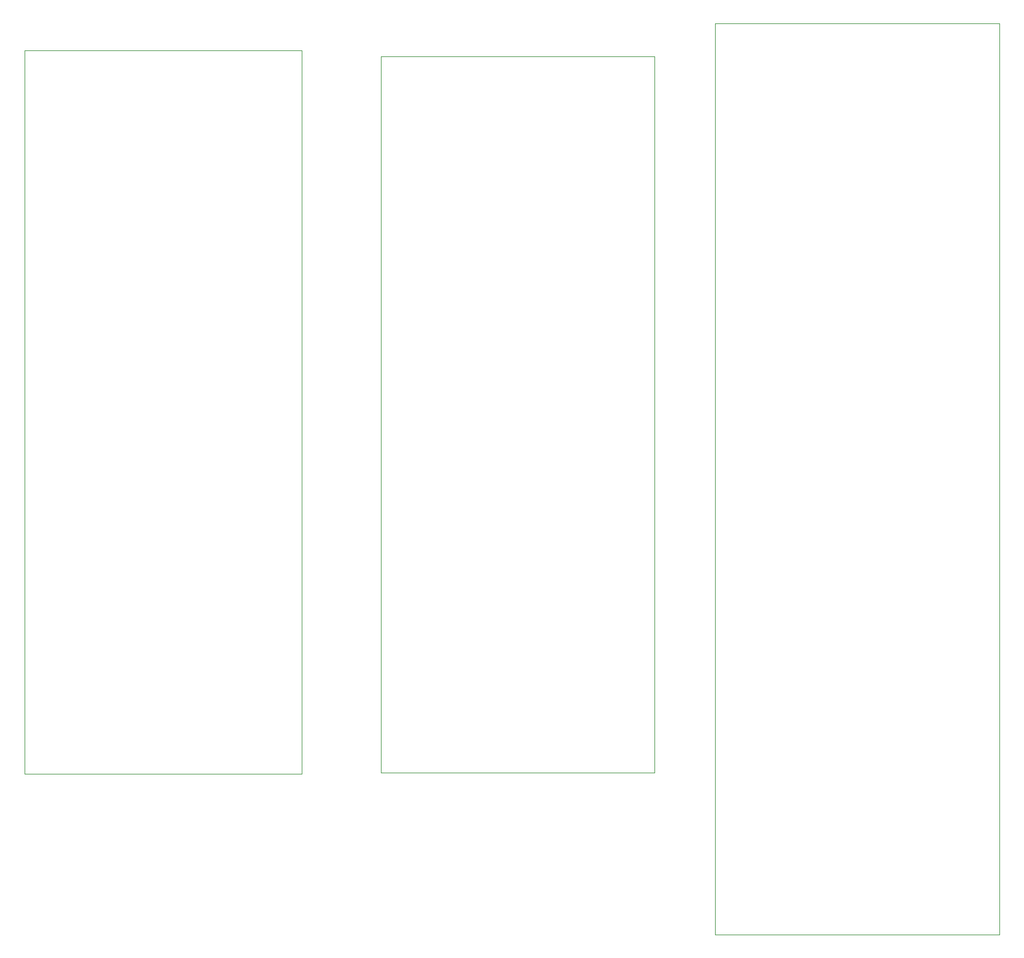
<source format=gbr>
%TF.GenerationSoftware,KiCad,Pcbnew,(6.0.0)*%
%TF.CreationDate,2022-10-15T20:50:49-04:00*%
%TF.ProjectId,ASVCA,41535643-412e-46b6-9963-61645f706362,rev?*%
%TF.SameCoordinates,Original*%
%TF.FileFunction,Profile,NP*%
%FSLAX46Y46*%
G04 Gerber Fmt 4.6, Leading zero omitted, Abs format (unit mm)*
G04 Created by KiCad (PCBNEW (6.0.0)) date 2022-10-15 20:50:49*
%MOMM*%
%LPD*%
G01*
G04 APERTURE LIST*
%TA.AperFunction,Profile*%
%ADD10C,0.100000*%
%TD*%
G04 APERTURE END LIST*
D10*
X100965000Y-24892000D02*
X139573000Y-24892000D01*
X139573000Y-24892000D02*
X139573000Y-125984000D01*
X139573000Y-125984000D02*
X100965000Y-125984000D01*
X100965000Y-125984000D02*
X100965000Y-24892000D01*
X148082000Y-20193000D02*
X188214000Y-20193000D01*
X188214000Y-20193000D02*
X188214000Y-148844000D01*
X188214000Y-148844000D02*
X148082000Y-148844000D01*
X148082000Y-148844000D02*
X148082000Y-20193000D01*
X50673000Y-24003000D02*
X89789000Y-24003000D01*
X89789000Y-24003000D02*
X89789000Y-126111000D01*
X89789000Y-126111000D02*
X50673000Y-126111000D01*
X50673000Y-126111000D02*
X50673000Y-24003000D01*
M02*

</source>
